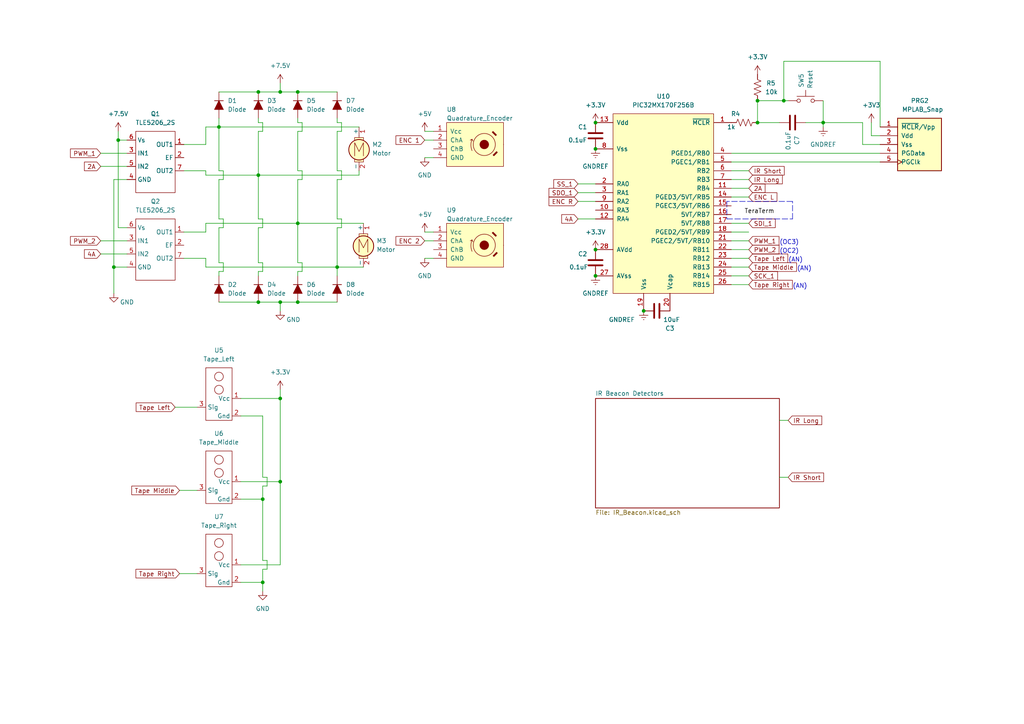
<source format=kicad_sch>
(kicad_sch (version 20211123) (generator eeschema)
  (paper "A4")
  (lib_symbols
    (symbol "218 spdl:Diode" (pin_numbers hide) (pin_names (offset 1.016) hide)
      (property "Reference" "D" (at 0 2.54 0))
      (property "Value" "Diode" (at 0 -2.54 0))
      (symbol "Diode_0_1"
        (polyline (pts (xy -1.27 1.27) (xy -1.27 -1.27)) (stroke (width 0.2032)))
        (polyline (pts (xy 1.27 0) (xy -1.27 0)))
        (polyline (pts (xy 1.27 1.27) (xy 1.27 -1.27) (xy -1.27 0) (xy 1.27 1.27)) (stroke (width 0.2032)) (fill (type outline)))
      )
      (symbol "Diode_1_1"
        (pin passive line (at -3.81 0 0) (length 2.54) (name "K") (number "1"))
        (pin passive line (at 3.81 0 180) (length 2.54) (name "A") (number "2"))
      )
    )
    (symbol "218 spdl:Motor" (pin_names (offset 0))
      (property "Reference" "M" (at 2.54 2.54 0))
      (property "Value" "Motor" (at 2.54 -5.08 0))
      (symbol "Motor_0_0"
        (circle (center 0 -1.524) (radius 2.9718) (stroke (width 0.254)) (fill (type background)))
        (polyline (pts (xy -1.27 -4.318) (xy -1.27 -5.08) (xy 1.27 -5.08) (xy 1.27 -4.318)) (fill (type background)))
        (polyline (pts (xy -1.27 1.27) (xy -1.27 2.032) (xy 1.27 2.032) (xy 1.27 1.27)) (fill (type background)))
        (polyline (pts (xy -1.27 -3.302) (xy -1.27 0.508) (xy 0 -2.032) (xy 1.27 0.508) (xy 1.27 -3.302)))
      )
      (symbol "Motor_0_1"
        (polyline (pts (xy 0 2.032) (xy 0 2.54)))
      )
      (symbol "Motor_1_1"
        (pin passive line (at 0 5.08 270) (length 2.54) (name "+") (number "1"))
        (pin passive line (at 0 -7.62 90) (length 2.54) (name "-") (number "2"))
      )
    )
    (symbol "218 spdl:Quadrature_Encoder" (pin_names (offset 1.016))
      (property "Reference" "U" (at 0 20.32 0))
      (property "Value" "Quadrature_Encoder" (at 2.54 17.78 0))
      (symbol "Quadrature_Encoder_0_1"
        (rectangle (start -3.81 6.35) (end 12.7 -6.35) (fill (type background)))
        (polyline (pts (xy 3.556 1.524) (xy 3.048 1.27)))
        (polyline (pts (xy 3.556 1.524) (xy 3.81 1.016)))
        (polyline (pts (xy 9.398 3.556) (xy 10.414 2.54) (xy 10.668 2.794) (xy 9.652 3.81) (xy 9.398 3.556)) (fill (type outline)))
        (polyline (pts (xy 9.652 -3.048) (xy 10.668 -2.032) (xy 10.922 -2.286) (xy 9.906 -3.302) (xy 9.652 -3.048)) (fill (type outline)))
        (arc (start 3.556 1.524) (mid 3.2334 -0.127) (end 3.556 -1.778))
        (circle (center 7.112 0) (radius 1.27) (fill (type outline)))
        (circle (center 7.112 0) (radius 3.2004))
        (rectangle (start 12.7 0) (end 12.7 0))
      )
      (symbol "Quadrature_Encoder_1_1"
        (pin power_in line (at -7.62 3.81 0) (length 3.81) (name "Vcc") (number "1"))
        (pin output line (at -7.62 1.27 0) (length 3.81) (name "ChA") (number "2"))
        (pin output line (at -7.62 -1.27 0) (length 3.81) (name "ChB") (number "3"))
        (pin power_in line (at -7.62 -3.81 0) (length 3.81) (name "GND") (number "4"))
      )
    )
    (symbol "Custom_Library:Reflectance_Sensor"
      (property "Reference" "U" (at 0 0 0))
      (property "Value" "Reflectance_Sensor" (at 0 2.54 0))
      (symbol "Reflectance_Sensor_0_1"
        (rectangle (start -3.81 -2.54) (end 3.81 -17.78))
        (circle (center 0 -8.89) (radius 1.27))
        (circle (center 0 -5.08) (radius 1.27))
      )
      (symbol "Reflectance_Sensor_1_1"
        (pin input line (at 6.35 -11.43 180) (length 2.54) (name "Vcc") (number "1"))
        (pin input line (at 6.35 -16.51 180) (length 2.54) (name "Gnd") (number "2"))
        (pin output line (at -6.35 -13.97 0) (length 2.54) (name "Sig") (number "3"))
      )
    )
    (symbol "ME218_BaseLib:Cap" (pin_numbers hide) (pin_names (offset 0.254))
      (property "Reference" "C" (at 0.635 2.54 0))
      (property "Value" "Cap" (at 0.635 -2.54 0))
      (symbol "Cap_0_1"
        (polyline (pts (xy -2.032 -0.762) (xy 2.032 -0.762)) (stroke (width 0.508)))
        (polyline (pts (xy -2.032 0.762) (xy 2.032 0.762)) (stroke (width 0.508)))
      )
      (symbol "Cap_1_1"
        (pin passive line (at 0 3.81 270) (length 2.794) (name "~") (number "1"))
        (pin passive line (at 0 -3.81 90) (length 2.794) (name "~") (number "2"))
      )
    )
    (symbol "ME218_BaseLib:MPLAB_Snap" (pin_names (offset 1.016))
      (property "Reference" "PRG" (at 0 8.89 0))
      (property "Value" "MPLAB_Snap" (at 8.89 1.27 90))
      (symbol "MPLAB_Snap_0_1"
        (rectangle (start -6.35 7.62) (end 6.35 -7.62) (stroke (width 0.254)) (fill (type background)))
      )
      (symbol "MPLAB_Snap_1_1"
        (pin output line (at -11.43 5.08 0) (length 5.08) (name "~{MCLR}/Vpp") (number "1"))
        (pin input line (at -11.43 2.54 0) (length 5.08) (name "Vdd") (number "2"))
        (pin input line (at -11.43 0 0) (length 5.08) (name "Vss") (number "3"))
        (pin bidirectional line (at -11.43 -2.54 0) (length 5.08) (name "PGData") (number "4"))
        (pin output clock (at -11.43 -5.08 0) (length 5.08) (name "PGClk") (number "5"))
        (pin no_connect line (at -2.54 -11.43 0) (length 5.08) hide (name "NC") (number "6"))
        (pin no_connect line (at -2.54 -13.97 0) (length 5.08) hide (name "NC") (number "7"))
        (pin no_connect line (at -2.54 -16.51 0) (length 5.08) hide (name "NC") (number "8"))
      )
    )
    (symbol "ME218_BaseLib:PIC32MX170F256B" (pin_names (offset 1.016))
      (property "Reference" "U" (at -20.32 25.4 0))
      (property "Value" "PIC32MX170F256B" (at -7.62 25.4 0))
      (symbol "PIC32MX170F256B_0_1"
        (rectangle (start -21.59 24.13) (end 7.62 -27.94) (fill (type background)))
      )
      (symbol "PIC32MX170F256B_1_1"
        (pin input line (at 12.7 21.59 180) (length 5.08) (name "~{MCLR}") (number "1"))
        (pin bidirectional line (at -26.67 -3.81 0) (length 5.08) (name "RA3") (number "10"))
        (pin bidirectional line (at 12.7 2.54 180) (length 5.08) (name "RB4") (number "11"))
        (pin bidirectional line (at -26.67 -6.35 0) (length 5.08) (name "RA4") (number "12"))
        (pin power_in line (at -26.67 21.59 0) (length 5.08) (name "Vdd") (number "13"))
        (pin bidirectional line (at 12.7 0 180) (length 5.08) (name "PGED3/5VT/RB5") (number "14"))
        (pin bidirectional line (at 12.7 -2.54 180) (length 5.08) (name "PGEC3/5VT/RB6") (number "15"))
        (pin bidirectional line (at 12.7 -5.08 180) (length 5.08) (name "5VT/RB7") (number "16"))
        (pin bidirectional line (at 12.7 -7.62 180) (length 5.08) (name "5VT/RB8") (number "17"))
        (pin bidirectional line (at 12.7 -10.16 180) (length 5.08) (name "PGED2/5VT/RB9") (number "18"))
        (pin power_in line (at -12.7 -33.02 90) (length 5.08) (name "Vss") (number "19"))
        (pin bidirectional line (at -26.67 3.81 0) (length 5.08) (name "RA0") (number "2"))
        (pin input line (at -5.08 -33.02 90) (length 5.08) (name "Vcap") (number "20"))
        (pin bidirectional line (at 12.7 -12.7 180) (length 5.08) (name "PGEC2/5VT/RB10") (number "21"))
        (pin bidirectional line (at 12.7 -15.24 180) (length 5.08) (name "RB11") (number "22"))
        (pin bidirectional line (at 12.7 -17.78 180) (length 5.08) (name "RB12") (number "23"))
        (pin bidirectional line (at 12.7 -20.32 180) (length 5.08) (name "RB13") (number "24"))
        (pin bidirectional line (at 12.7 -22.86 180) (length 5.08) (name "RB14") (number "25"))
        (pin bidirectional line (at 12.7 -25.4 180) (length 5.08) (name "RB15") (number "26"))
        (pin power_in line (at -26.67 -22.86 0) (length 5.08) (name "AVss") (number "27"))
        (pin power_in line (at -26.67 -15.24 0) (length 5.08) (name "AVdd") (number "28"))
        (pin bidirectional line (at -26.67 1.27 0) (length 5.08) (name "RA1") (number "3"))
        (pin bidirectional line (at 12.7 12.7 180) (length 5.08) (name "PGED1/RB0") (number "4"))
        (pin bidirectional line (at 12.7 10.16 180) (length 5.08) (name "PGEC1/RB1") (number "5"))
        (pin bidirectional line (at 12.7 7.62 180) (length 5.08) (name "RB2") (number "6"))
        (pin bidirectional line (at 12.7 5.08 180) (length 5.08) (name "RB3") (number "7"))
        (pin power_in line (at -26.67 13.97 0) (length 5.08) (name "Vss") (number "8"))
        (pin bidirectional line (at -26.67 -1.27 0) (length 5.08) (name "RA2") (number "9"))
      )
    )
    (symbol "ME218_BaseLib:Res1" (pin_numbers hide) (pin_names (offset 0))
      (property "Reference" "R" (at 2.54 0 90))
      (property "Value" "Res1" (at -2.54 0 90))
      (symbol "Res1_0_1"
        (polyline (pts (xy 0 -2.286) (xy 0 -2.54)))
        (polyline (pts (xy 0 2.286) (xy 0 2.54)))
        (polyline (pts (xy 0 -0.762) (xy 1.016 -1.143) (xy 0 -1.524) (xy -1.016 -1.905) (xy 0 -2.286)))
        (polyline (pts (xy 0 0.762) (xy 1.016 0.381) (xy 0 0) (xy -1.016 -0.381) (xy 0 -0.762)))
        (polyline (pts (xy 0 2.286) (xy 1.016 1.905) (xy 0 1.524) (xy -1.016 1.143) (xy 0 0.762)))
      )
      (symbol "Res1_1_1"
        (pin passive line (at 0 3.81 270) (length 1.27) (name "~") (number "1"))
        (pin passive line (at 0 -3.81 90) (length 1.27) (name "~") (number "2"))
      )
    )
    (symbol "ME218_BaseLib:SW-PB" (pin_numbers hide) (pin_names (offset 1.016) hide)
      (property "Reference" "SW" (at 1.27 2.54 0))
      (property "Value" "SW-PB" (at 0 -1.524 0))
      (symbol "SW-PB_0_1"
        (circle (center -2.032 0) (radius 0.508))
        (polyline (pts (xy 0 1.27) (xy 0 3.048)))
        (polyline (pts (xy 2.54 1.27) (xy -2.54 1.27)))
        (circle (center 2.032 0) (radius 0.508))
        (pin passive line (at -5.08 0 0) (length 2.54) (name "1") (number "1"))
        (pin passive line (at 5.08 0 180) (length 2.54) (name "2") (number "2"))
      )
    )
    (symbol "TLE5206_2S_1"
      (property "Reference" "Q" (at 0 0 0))
      (property "Value" "TLE5206_2S_1" (at 0 2.54 0))
      (symbol "TLE5206_2S_1_0_1"
        (rectangle (start -5.08 -1.27) (end 6.35 -19.05))
      )
      (symbol "TLE5206_2S_1_1_1"
        (pin input line (at 8.89 -5.08 180) (length 2.54) (name "OUT1") (number "1"))
        (pin input line (at 8.89 -8.89 180) (length 2.54) (name "EF") (number "2"))
        (pin input line (at -7.62 -7.62 0) (length 2.54) (name "IN1") (number "3"))
        (pin input line (at -7.62 -15.24 0) (length 2.54) (name "GND") (number "4"))
        (pin input line (at -7.62 -11.43 0) (length 2.54) (name "IN2") (number "5"))
        (pin input line (at -7.62 -3.81 0) (length 2.54) (name "Vs") (number "6"))
        (pin input line (at 8.89 -12.7 180) (length 2.54) (name "OUT2") (number "7"))
      )
    )
    (symbol "TLE5206_2S_2"
      (property "Reference" "Q" (at 0 0 0))
      (property "Value" "TLE5206_2S_2" (at 0 2.54 0))
      (symbol "TLE5206_2S_2_0_1"
        (rectangle (start -5.08 -1.27) (end 6.35 -19.05))
      )
      (symbol "TLE5206_2S_2_1_1"
        (pin input line (at 8.89 -5.08 180) (length 2.54) (name "OUT1") (number "1"))
        (pin input line (at 8.89 -8.89 180) (length 2.54) (name "EF") (number "2"))
        (pin input line (at -7.62 -7.62 0) (length 2.54) (name "IN1") (number "3"))
        (pin input line (at -7.62 -15.24 0) (length 2.54) (name "GND") (number "4"))
        (pin input line (at -7.62 -11.43 0) (length 2.54) (name "IN2") (number "5"))
        (pin input line (at -7.62 -3.81 0) (length 2.54) (name "Vs") (number "6"))
        (pin input line (at 8.89 -12.7 180) (length 2.54) (name "OUT2") (number "7"))
      )
    )
    (symbol "power:+3.3V" (power) (pin_names (offset 0))
      (property "Value" "+3.3V" (at 0 3.556 0))
      (symbol "+3.3V_0_1"
        (polyline (pts (xy -0.762 1.27) (xy 0 2.54)))
        (polyline (pts (xy 0 0) (xy 0 2.54)))
        (polyline (pts (xy 0 2.54) (xy 0.762 1.27)))
      )
      (symbol "+3.3V_1_1"
        (pin power_in line (at 0 0 90) (length 0) hide (name "+3.3V") (number "1"))
      )
    )
    (symbol "power:+3V3" (power) (pin_names (offset 0))
      (property "Value" "+3V3" (at 0 3.556 0))
      (symbol "+3V3_0_1"
        (polyline (pts (xy -0.762 1.27) (xy 0 2.54)))
        (polyline (pts (xy 0 0) (xy 0 2.54)))
        (polyline (pts (xy 0 2.54) (xy 0.762 1.27)))
      )
      (symbol "+3V3_1_1"
        (pin power_in line (at 0 0 90) (length 0) hide (name "+3V3") (number "1"))
      )
    )
    (symbol "power:+5V" (power) (pin_names (offset 0))
      (property "Value" "+5V" (at 0 3.556 0))
      (symbol "+5V_0_1"
        (polyline (pts (xy -0.762 1.27) (xy 0 2.54)))
        (polyline (pts (xy 0 0) (xy 0 2.54)))
        (polyline (pts (xy 0 2.54) (xy 0.762 1.27)))
      )
      (symbol "+5V_1_1"
        (pin power_in line (at 0 0 90) (length 0) hide (name "+5V") (number "1"))
      )
    )
    (symbol "power:+7.5V" (power) (pin_names (offset 0))
      (property "Value" "+7.5V" (at 0 3.556 0))
      (symbol "+7.5V_0_1"
        (polyline (pts (xy -0.762 1.27) (xy 0 2.54)))
        (polyline (pts (xy 0 0) (xy 0 2.54)))
        (polyline (pts (xy 0 2.54) (xy 0.762 1.27)))
      )
      (symbol "+7.5V_1_1"
        (pin power_in line (at 0 0 90) (length 0) hide (name "+7.5V") (number "1"))
      )
    )
    (symbol "power:GND" (power) (pin_names (offset 0))
      (property "Value" "GND" (at 0 -3.81 0))
      (symbol "GND_0_1"
        (polyline (pts (xy 0 0) (xy 0 -1.27) (xy 1.27 -1.27) (xy 0 -2.54) (xy -1.27 -1.27) (xy 0 -1.27)))
      )
      (symbol "GND_1_1"
        (pin power_in line (at 0 0 270) (length 0) hide (name "GND") (number "1"))
      )
    )
    (symbol "power:GNDREF" (power) (pin_names (offset 0))
      (property "Value" "GNDREF" (at 0 -3.81 0))
      (symbol "GNDREF_0_1"
        (polyline (pts (xy -0.635 -1.905) (xy 0.635 -1.905)))
        (polyline (pts (xy -0.127 -2.54) (xy 0.127 -2.54)))
        (polyline (pts (xy 0 -1.27) (xy 0 0)))
        (polyline (pts (xy 1.27 -1.27) (xy -1.27 -1.27)))
      )
      (symbol "GNDREF_1_1"
        (pin power_in line (at 0 0 270) (length 0) hide (name "GNDREF") (number "1"))
      )
    )
  )
  (junction (at 76.2 168.91))
  (junction (at 33.02 77.47))
  (junction (at 81.28 26.67))
  (junction (at 34.29 40.64))
  (junction (at 227.33 29.21))
  (junction (at 172.72 35.56))
  (junction (at 172.72 72.39))
  (junction (at 74.93 26.67))
  (junction (at 81.28 87.63))
  (junction (at 86.36 64.77))
  (junction (at 238.76 35.56))
  (junction (at 63.5 36.83))
  (junction (at 74.93 87.63))
  (junction (at 172.72 80.01))
  (junction (at 86.36 26.67))
  (junction (at 76.2 144.78))
  (junction (at 86.36 87.63))
  (junction (at 74.93 50.8))
  (junction (at 81.28 139.7))
  (junction (at 172.72 43.18))
  (junction (at 219.71 29.21))
  (junction (at 81.28 115.57))
  (junction (at 219.71 35.56))
  (junction (at 186.69 90.17))
  (junction (at 97.79 77.47))
  (wire (pts (xy 52.07 166.37) (xy 57.15 166.37)))
  (wire (pts (xy 99.06 35.56) (xy 99.06 38.1)))
  (wire (pts (xy 76.2 78.74) (xy 76.2 76.2)))
  (wire (pts (xy 227.33 17.78) (xy 255.27 17.78)))
  (polyline (pts (xy 210.82 58.42) (xy 210.82 63.5)))
  (wire (pts (xy 87.63 52.07) (xy 86.36 52.07)))
  (wire (pts (xy 63.5 66.04) (xy 64.77 66.04)))
  (wire (pts (xy 69.85 163.83) (xy 81.28 163.83)))
  (wire (pts (xy 81.28 87.63) (xy 81.28 90.17)))
  (wire (pts (xy 86.36 64.77) (xy 86.36 76.2)))
  (wire (pts (xy 86.36 26.67) (xy 97.79 26.67)))
  (wire (pts (xy 167.64 53.34) (xy 172.72 53.34)))
  (wire (pts (xy 219.71 29.21) (xy 219.71 35.56)))
  (wire (pts (xy 63.5 26.67) (xy 74.93 26.67)))
  (wire (pts (xy 233.68 35.56) (xy 238.76 35.56)))
  (wire (pts (xy 63.5 78.74) (xy 64.77 78.74)))
  (wire (pts (xy 74.93 87.63) (xy 81.28 87.63)))
  (wire (pts (xy 81.28 26.67) (xy 86.36 26.67)))
  (wire (pts (xy 252.73 35.56) (xy 252.73 39.37)))
  (wire (pts (xy 53.34 67.31) (xy 59.69 67.31)))
  (wire (pts (xy 74.93 66.04) (xy 76.2 66.04)))
  (wire (pts (xy 97.79 52.07) (xy 97.79 63.5)))
  (wire (pts (xy 64.77 78.74) (xy 64.77 76.2)))
  (wire (pts (xy 123.19 69.85) (xy 125.73 69.85)))
  (wire (pts (xy 212.09 77.47) (xy 217.17 77.47)))
  (wire (pts (xy 87.63 38.1) (xy 86.36 38.1)))
  (wire (pts (xy 97.79 63.5) (xy 99.06 63.5)))
  (wire (pts (xy 76.2 35.56) (xy 76.2 38.1)))
  (wire (pts (xy 59.69 64.77) (xy 86.36 64.77)))
  (wire (pts (xy 97.79 49.53) (xy 99.06 49.53)))
  (wire (pts (xy 167.64 55.88) (xy 172.72 55.88)))
  (wire (pts (xy 52.07 142.24) (xy 57.15 142.24)))
  (wire (pts (xy 212.09 69.85) (xy 217.17 69.85)))
  (wire (pts (xy 86.36 38.1) (xy 86.36 49.53)))
  (wire (pts (xy 226.06 121.92) (xy 228.6 121.92)))
  (wire (pts (xy 87.63 35.56) (xy 87.63 38.1)))
  (wire (pts (xy 86.36 80.01) (xy 86.36 78.74)))
  (wire (pts (xy 238.76 35.56) (xy 250.19 35.56)))
  (wire (pts (xy 86.36 49.53) (xy 87.63 49.53)))
  (wire (pts (xy 227.33 17.78) (xy 227.33 29.21)))
  (wire (pts (xy 99.06 38.1) (xy 97.79 38.1)))
  (wire (pts (xy 123.19 38.1) (xy 125.73 38.1)))
  (wire (pts (xy 69.85 120.65) (xy 76.2 120.65)))
  (wire (pts (xy 212.09 72.39) (xy 217.17 72.39)))
  (wire (pts (xy 104.14 49.53) (xy 104.14 50.8)))
  (wire (pts (xy 29.21 73.66) (xy 36.83 73.66)))
  (wire (pts (xy 97.79 35.56) (xy 99.06 35.56)))
  (wire (pts (xy 36.83 40.64) (xy 34.29 40.64)))
  (wire (pts (xy 81.28 139.7) (xy 81.28 115.57)))
  (wire (pts (xy 76.2 168.91) (xy 69.85 168.91)))
  (wire (pts (xy 76.2 144.78) (xy 76.2 162.56)))
  (wire (pts (xy 123.19 74.93) (xy 125.73 74.93)))
  (wire (pts (xy 228.6 29.21) (xy 227.33 29.21)))
  (wire (pts (xy 63.5 34.29) (xy 63.5 36.83)))
  (wire (pts (xy 76.2 38.1) (xy 74.93 38.1)))
  (wire (pts (xy 86.36 78.74) (xy 87.63 78.74)))
  (wire (pts (xy 212.09 44.45) (xy 255.27 44.45)))
  (wire (pts (xy 77.47 140.97) (xy 76.2 140.97)))
  (wire (pts (xy 76.2 120.65) (xy 76.2 138.43)))
  (wire (pts (xy 226.06 138.43) (xy 228.6 138.43)))
  (wire (pts (xy 76.2 140.97) (xy 76.2 144.78)))
  (wire (pts (xy 212.09 67.31) (xy 217.17 67.31)))
  (wire (pts (xy 63.5 80.01) (xy 63.5 78.74)))
  (wire (pts (xy 99.06 49.53) (xy 99.06 52.07)))
  (wire (pts (xy 87.63 49.53) (xy 87.63 52.07)))
  (wire (pts (xy 86.36 64.77) (xy 105.41 64.77)))
  (wire (pts (xy 97.79 77.47) (xy 105.41 77.47)))
  (wire (pts (xy 87.63 78.74) (xy 87.63 76.2)))
  (wire (pts (xy 69.85 139.7) (xy 81.28 139.7)))
  (wire (pts (xy 59.69 67.31) (xy 59.69 64.77)))
  (wire (pts (xy 74.93 35.56) (xy 76.2 35.56)))
  (wire (pts (xy 227.33 29.21) (xy 219.71 29.21)))
  (wire (pts (xy 36.83 77.47) (xy 33.02 77.47)))
  (wire (pts (xy 74.93 80.01) (xy 74.93 78.74)))
  (wire (pts (xy 50.8 118.11) (xy 57.15 118.11)))
  (polyline (pts (xy 229.87 58.42) (xy 210.82 58.42)))
  (wire (pts (xy 63.5 87.63) (xy 74.93 87.63)))
  (wire (pts (xy 63.5 52.07) (xy 63.5 63.5)))
  (wire (pts (xy 29.21 48.26) (xy 36.83 48.26)))
  (wire (pts (xy 97.79 66.04) (xy 97.79 77.47)))
  (wire (pts (xy 64.77 66.04) (xy 64.77 63.5)))
  (wire (pts (xy 99.06 66.04) (xy 97.79 66.04)))
  (wire (pts (xy 36.83 52.07) (xy 33.02 52.07)))
  (wire (pts (xy 212.09 54.61) (xy 217.17 54.61)))
  (wire (pts (xy 238.76 35.56) (xy 238.76 36.83)))
  (wire (pts (xy 74.93 50.8) (xy 74.93 63.5)))
  (wire (pts (xy 99.06 52.07) (xy 97.79 52.07)))
  (wire (pts (xy 212.09 80.01) (xy 217.17 80.01)))
  (wire (pts (xy 74.93 78.74) (xy 76.2 78.74)))
  (wire (pts (xy 99.06 63.5) (xy 99.06 66.04)))
  (wire (pts (xy 59.69 74.93) (xy 59.69 77.47)))
  (wire (pts (xy 63.5 36.83) (xy 104.14 36.83)))
  (wire (pts (xy 29.21 69.85) (xy 36.83 69.85)))
  (wire (pts (xy 87.63 76.2) (xy 86.36 76.2)))
  (wire (pts (xy 212.09 46.99) (xy 255.27 46.99)))
  (wire (pts (xy 76.2 63.5) (xy 74.93 63.5)))
  (wire (pts (xy 34.29 66.04) (xy 34.29 40.64)))
  (wire (pts (xy 74.93 38.1) (xy 74.93 50.8)))
  (wire (pts (xy 212.09 64.77) (xy 217.17 64.77)))
  (wire (pts (xy 69.85 144.78) (xy 76.2 144.78)))
  (wire (pts (xy 76.2 162.56) (xy 77.47 162.56)))
  (wire (pts (xy 255.27 41.91) (xy 250.19 41.91)))
  (wire (pts (xy 76.2 76.2) (xy 74.93 76.2)))
  (wire (pts (xy 69.85 115.57) (xy 81.28 115.57)))
  (wire (pts (xy 74.93 76.2) (xy 74.93 66.04)))
  (wire (pts (xy 81.28 163.83) (xy 81.28 139.7)))
  (wire (pts (xy 255.27 39.37) (xy 252.73 39.37)))
  (wire (pts (xy 238.76 29.21) (xy 238.76 35.56)))
  (wire (pts (xy 33.02 77.47) (xy 33.02 85.09)))
  (wire (pts (xy 63.5 76.2) (xy 63.5 66.04)))
  (wire (pts (xy 97.79 38.1) (xy 97.79 49.53)))
  (wire (pts (xy 59.69 77.47) (xy 97.79 77.47)))
  (wire (pts (xy 219.71 35.56) (xy 226.06 35.56)))
  (wire (pts (xy 86.36 87.63) (xy 97.79 87.63)))
  (wire (pts (xy 64.77 52.07) (xy 63.5 52.07)))
  (wire (pts (xy 212.09 52.07) (xy 217.17 52.07)))
  (wire (pts (xy 53.34 41.91) (xy 59.69 41.91)))
  (wire (pts (xy 64.77 49.53) (xy 64.77 52.07)))
  (wire (pts (xy 167.64 58.42) (xy 172.72 58.42)))
  (wire (pts (xy 53.34 74.93) (xy 59.69 74.93)))
  (wire (pts (xy 167.64 63.5) (xy 172.72 63.5)))
  (wire (pts (xy 36.83 66.04) (xy 34.29 66.04)))
  (wire (pts (xy 97.79 77.47) (xy 97.79 80.01)))
  (wire (pts (xy 33.02 52.07) (xy 33.02 77.47)))
  (wire (pts (xy 76.2 138.43) (xy 77.47 138.43)))
  (wire (pts (xy 123.19 40.64) (xy 125.73 40.64)))
  (wire (pts (xy 212.09 57.15) (xy 217.17 57.15)))
  (wire (pts (xy 29.21 44.45) (xy 36.83 44.45)))
  (wire (pts (xy 76.2 165.1) (xy 76.2 168.91)))
  (wire (pts (xy 59.69 50.8) (xy 74.93 50.8)))
  (wire (pts (xy 64.77 63.5) (xy 63.5 63.5)))
  (wire (pts (xy 86.36 35.56) (xy 87.63 35.56)))
  (wire (pts (xy 53.34 49.53) (xy 59.69 49.53)))
  (wire (pts (xy 59.69 49.53) (xy 59.69 50.8)))
  (wire (pts (xy 59.69 36.83) (xy 63.5 36.83)))
  (wire (pts (xy 86.36 34.29) (xy 86.36 35.56)))
  (polyline (pts (xy 229.87 63.5) (xy 229.87 58.42)))
  (wire (pts (xy 81.28 87.63) (xy 86.36 87.63)))
  (wire (pts (xy 123.19 67.31) (xy 125.73 67.31)))
  (wire (pts (xy 81.28 24.13) (xy 81.28 26.67)))
  (wire (pts (xy 63.5 49.53) (xy 64.77 49.53)))
  (wire (pts (xy 59.69 41.91) (xy 59.69 36.83)))
  (wire (pts (xy 77.47 162.56) (xy 77.47 165.1)))
  (polyline (pts (xy 210.82 63.5) (xy 229.87 63.5)))
  (wire (pts (xy 123.19 45.72) (xy 125.73 45.72)))
  (wire (pts (xy 77.47 138.43) (xy 77.47 140.97)))
  (wire (pts (xy 97.79 34.29) (xy 97.79 35.56)))
  (wire (pts (xy 74.93 34.29) (xy 74.93 35.56)))
  (wire (pts (xy 34.29 40.64) (xy 34.29 38.1)))
  (wire (pts (xy 255.27 36.83) (xy 255.27 17.78)))
  (wire (pts (xy 77.47 165.1) (xy 76.2 165.1)))
  (wire (pts (xy 212.09 82.55) (xy 217.17 82.55)))
  (wire (pts (xy 76.2 66.04) (xy 76.2 63.5)))
  (wire (pts (xy 64.77 76.2) (xy 63.5 76.2)))
  (wire (pts (xy 212.09 74.93) (xy 217.17 74.93)))
  (wire (pts (xy 76.2 171.45) (xy 76.2 168.91)))
  (wire (pts (xy 212.09 49.53) (xy 217.17 49.53)))
  (wire (pts (xy 81.28 115.57) (xy 81.28 113.03)))
  (wire (pts (xy 86.36 52.07) (xy 86.36 64.77)))
  (wire (pts (xy 74.93 26.67) (xy 81.28 26.67)))
  (wire (pts (xy 63.5 36.83) (xy 63.5 49.53)))
  (wire (pts (xy 74.93 50.8) (xy 104.14 50.8)))
  (wire (pts (xy 250.19 35.56) (xy 250.19 41.91)))
  (text "(AN)" (at 231.14 78.74 0) (effects (font (size 1.27 1.27)) (justify left bottom)))
  (text "(OC3)" (at 226.06 71.12 0) (effects (font (size 1.27 1.27)) (justify left bottom)))
  (text "(OC2)" (at 226.06 73.66 0) (effects (font (size 1.27 1.27)) (justify left bottom)))
  (text "(AN)" (at 229.87 83.82 0) (effects (font (size 1.27 1.27)) (justify left bottom)))
  (text "(AN)" (at 228.6 76.2 0) (effects (font (size 1.27 1.27)) (justify left bottom)))
  (label "TeraTerm" (at 215.9 62.23 0))
  (global_label "PWM_2" (shape input) (at 29.21 69.85 180) (property "Intersheet References" "${INTERSHEET_REFS}" (effects hide)))
  (global_label "ENC L" (shape input) (at 217.17 57.15 0) (property "Intersheet References" "${INTERSHEET_REFS}" (effects hide)))
  (global_label "Tape Left" (shape input) (at 50.8 118.11 180) (property "Intersheet References" "${INTERSHEET_REFS}" (effects hide)))
  (global_label "PWM_1" (shape input) (at 29.21 44.45 180) (property "Intersheet References" "${INTERSHEET_REFS}" (effects hide)))
  (global_label "PWM_2" (shape input) (at 217.17 72.39 0) (property "Intersheet References" "${INTERSHEET_REFS}" (effects hide)))
  (global_label "2A" (shape input) (at 29.21 48.26 180) (property "Intersheet References" "${INTERSHEET_REFS}" (effects hide)))
  (global_label "IR Short" (shape input) (at 228.6 138.43 0) (property "Intersheet References" "${INTERSHEET_REFS}" (effects hide)))
  (global_label "Tape Left" (shape input) (at 217.17 74.93 0) (property "Intersheet References" "${INTERSHEET_REFS}" (effects hide)))
  (global_label "Tape Middle" (shape input) (at 217.17 77.47 0) (property "Intersheet References" "${INTERSHEET_REFS}" (effects hide)))
  (global_label "ENC 1" (shape input) (at 123.19 40.64 180) (property "Intersheet References" "${INTERSHEET_REFS}" (effects hide)))
  (global_label "SDO_1" (shape input) (at 167.64 55.88 180) (property "Intersheet References" "${INTERSHEET_REFS}" (effects hide)))
  (global_label "IR Long" (shape input) (at 228.6 121.92 0) (property "Intersheet References" "${INTERSHEET_REFS}" (effects hide)))
  (global_label "IR Short" (shape input) (at 217.17 49.53 0) (property "Intersheet References" "${INTERSHEET_REFS}" (effects hide)))
  (global_label "SCK_1" (shape input) (at 217.17 80.01 0) (property "Intersheet References" "${INTERSHEET_REFS}" (effects hide)))
  (global_label "4A" (shape input) (at 29.21 73.66 180) (property "Intersheet References" "${INTERSHEET_REFS}" (effects hide)))
  (global_label "Tape Right" (shape input) (at 217.17 82.55 0) (property "Intersheet References" "${INTERSHEET_REFS}" (effects hide)))
  (global_label "SS_1" (shape input) (at 167.64 53.34 180) (property "Intersheet References" "${INTERSHEET_REFS}" (effects hide)))
  (global_label "IR Long" (shape input) (at 217.17 52.07 0) (property "Intersheet References" "${INTERSHEET_REFS}" (effects hide)))
  (global_label "SDI_1" (shape input) (at 217.17 64.77 0) (property "Intersheet References" "${INTERSHEET_REFS}" (effects hide)))
  (global_label "ENC 2" (shape input) (at 123.19 69.85 180) (property "Intersheet References" "${INTERSHEET_REFS}" (effects hide)))
  (global_label "4A" (shape input) (at 167.64 63.5 180) (property "Intersheet References" "${INTERSHEET_REFS}" (effects hide)))
  (global_label "Tape Right" (shape input) (at 52.07 166.37 180) (property "Intersheet References" "${INTERSHEET_REFS}" (effects hide)))
  (global_label "PWM_1" (shape input) (at 217.17 69.85 0) (property "Intersheet References" "${INTERSHEET_REFS}" (effects hide)))
  (global_label "Tape Middle" (shape input) (at 52.07 142.24 180) (property "Intersheet References" "${INTERSHEET_REFS}" (effects hide)))
  (global_label "ENC R" (shape input) (at 167.64 58.42 180) (property "Intersheet References" "${INTERSHEET_REFS}" (effects hide)))
  (global_label "2A" (shape input) (at 217.17 54.61 0) (property "Intersheet References" "${INTERSHEET_REFS}" (effects hide)))
  (symbol (lib_id "Custom_Library:Reflectance_Sensor") (at 63.5 128.27 0) (unit 1)
    (property "Reference" "U6" (at 63.5 125.73 0))
    (property "Value" "Tape_Middle" (at 63.5 128.27 0))
  )
  (symbol (lib_id "power:GND") (at 123.19 45.72 0) (unit 1)
    (property "Reference" "#PWR028" (effects hide))
    (property "Value" "GND" (at 123.19 50.8 0))
  )
  (symbol (lib_id "power:+3.3V") (at 172.72 35.56 0) (unit 1)
    (property "Reference" "#PWR031" (effects hide))
    (property "Value" "+3.3V" (at 172.72 30.48 0))
  )
  (symbol (lib_id "ME218_BaseLib:Res1") (at 215.9 35.56 90) (unit 1)
    (property "Reference" "R4" (at 213.36 33.02 90))
    (property "Value" "1k" (at 212.09 36.83 90))
  )
  (symbol (lib_id "power:+5V") (at 123.19 38.1 0) (unit 1)
    (property "Reference" "#PWR027" (effects hide))
    (property "Value" "+5V" (at 123.19 33.02 0))
  )
  (symbol (lib_id "ME218_BaseLib:SW-PB") (at 233.68 29.21 0) (unit 1)
    (property "Reference" "SW5" (at 232.4099 25.4 90) (effects (justify left)))
    (property "Value" " Reset" (at 234.95 26.67 90) (effects (justify left)))
  )
  (symbol (lib_id "218 spdl:Diode") (at 97.79 30.48 270) (unit 1)
    (property "Reference" "D7" (at 100.33 29.2099 90) (effects (justify left)))
    (property "Value" "Diode" (at 100.33 31.7499 90) (effects (justify left)))
  )
  (symbol (lib_id "power:GND") (at 76.2 171.45 0) (unit 1)
    (property "Reference" "#PWR023" (effects hide))
    (property "Value" "GND" (at 76.2 176.53 0))
  )
  (symbol (lib_id "ME218_BaseLib:Cap") (at 172.72 39.37 180) (unit 1)
    (property "Reference" "C1" (at 167.64 36.83 0) (effects (justify right)))
    (property "Value" " 0.1uF" (at 163.83 40.64 0) (effects (justify right)))
  )
  (symbol (lib_id "power:GNDREF") (at 238.76 36.83 0) (unit 1)
    (property "Reference" "#PWR037" (effects hide))
    (property "Value" "GNDREF" (at 238.76 41.91 0))
  )
  (symbol (lib_id "power:+3.3V") (at 81.28 113.03 0) (unit 1)
    (property "Reference" "#PWR026" (effects hide))
    (property "Value" "+3.3V" (at 81.28 107.95 0))
  )
  (symbol (lib_id "218 spdl:Motor") (at 104.14 41.91 0) (unit 1)
    (property "Reference" "M2" (at 107.95 41.9099 0) (effects (justify left)))
    (property "Value" "Motor" (at 107.95 44.4499 0) (effects (justify left)))
  )
  (symbol (lib_id "power:GNDREF") (at 172.72 43.18 0) (unit 1)
    (property "Reference" "#PWR032" (effects hide))
    (property "Value" "GNDREF" (at 172.72 48.26 0))
  )
  (symbol (lib_id "ME218_BaseLib:Cap") (at 229.87 35.56 270) (unit 1)
    (property "Reference" "C7" (at 231.1401 39.37 0) (effects (justify left)))
    (property "Value" " 0.1uF" (at 228.6 38.1 0) (effects (justify left)))
  )
  (symbol (lib_id "218 spdl:Diode") (at 74.93 83.82 270) (unit 1)
    (property "Reference" "D4" (at 77.47 82.5499 90) (effects (justify left)))
    (property "Value" "Diode" (at 77.47 85.0899 90) (effects (justify left)))
  )
  (symbol (lib_id "218 spdl:Diode") (at 86.36 83.82 270) (unit 1)
    (property "Reference" "D6" (at 88.9 82.5499 90) (effects (justify left)))
    (property "Value" "Diode" (at 88.9 85.0899 90) (effects (justify left)))
  )
  (symbol (lib_name "TLE5206_2S_2") (lib_id "Custom_Library:TLE5206_2S") (at 44.45 62.23 0) (unit 1)
    (property "Reference" "Q2" (at 45.085 58.42 0))
    (property "Value" "TLE5206_2S" (at 45.085 60.96 0))
  )
  (symbol (lib_id "power:+7.5V") (at 34.29 38.1 0) (unit 1)
    (property "Reference" "#PWR022" (effects hide))
    (property "Value" "+7.5V" (at 34.29 33.02 0))
  )
  (symbol (lib_id "Custom_Library:Reflectance_Sensor") (at 63.5 104.14 0) (unit 1)
    (property "Reference" "U5" (at 63.5 101.6 0))
    (property "Value" "Tape_Left" (at 63.5 104.14 0))
  )
  (symbol (lib_id "power:GND") (at 123.19 74.93 0) (unit 1)
    (property "Reference" "#PWR030" (effects hide))
    (property "Value" "GND" (at 123.19 80.01 0))
  )
  (symbol (lib_id "power:+5V") (at 123.19 67.31 0) (unit 1)
    (property "Reference" "#PWR029" (effects hide))
    (property "Value" "+5V" (at 123.19 62.23 0))
  )
  (symbol (lib_name "TLE5206_2S_1") (lib_id "Custom_Library:TLE5206_2S") (at 44.45 36.83 0) (unit 1)
    (property "Reference" "Q1" (at 45.085 33.02 0))
    (property "Value" "TLE5206_2S" (at 45.085 35.56 0))
  )
  (symbol (lib_id "power:+3.3V") (at 172.72 72.39 0) (unit 1)
    (property "Reference" "#PWR033" (effects hide))
    (property "Value" "+3.3V" (at 172.72 67.31 0))
  )
  (symbol (lib_id "218 spdl:Diode") (at 74.93 30.48 270) (unit 1)
    (property "Reference" "D3" (at 77.47 29.2099 90) (effects (justify left)))
    (property "Value" "Diode" (at 77.47 31.7499 90) (effects (justify left)))
  )
  (symbol (lib_id "power:GNDREF") (at 186.69 90.17 0) (unit 1)
    (property "Reference" "#PWR035" (effects hide))
    (property "Value" "GNDREF" (at 180.34 92.71 0))
  )
  (symbol (lib_id "power:GND") (at 81.28 90.17 0) (unit 1)
    (property "Reference" "#PWR025" (effects hide))
    (property "Value" "GND" (at 85.09 92.71 0))
  )
  (symbol (lib_id "ME218_BaseLib:Cap") (at 172.72 76.2 0) (unit 1)
    (property "Reference" "C2" (at 167.64 73.66 0) (effects (justify left)))
    (property "Value" "0.1uF" (at 165.1 77.47 0) (effects (justify left)))
  )
  (symbol (lib_id "power:+3V3") (at 252.73 35.56 0) (unit 1)
    (property "Reference" "#PWR038" (effects hide))
    (property "Value" "+3V3" (at 252.73 30.48 0))
  )
  (symbol (lib_id "ME218_BaseLib:Cap") (at 190.5 90.17 90) (unit 1)
    (property "Reference" "C3" (at 194.31 95.25 90))
    (property "Value" " 10uF" (at 194.31 92.71 90))
  )
  (symbol (lib_id "218 spdl:Quadrature_Encoder") (at 133.35 41.91 0) (unit 1)
    (property "Reference" "U8" (at 129.54 31.75 0) (effects (justify left)))
    (property "Value" "Quadrature_Encoder" (at 129.54 34.29 0) (effects (justify left)))
  )
  (symbol (lib_id "218 spdl:Diode") (at 63.5 30.48 270) (unit 1)
    (property "Reference" "D1" (at 66.04 29.2099 90) (effects (justify left)))
    (property "Value" "Diode" (at 66.04 31.7499 90) (effects (justify left)))
  )
  (symbol (lib_id "power:+7.5V") (at 81.28 24.13 0) (unit 1)
    (property "Reference" "#PWR024" (effects hide))
    (property "Value" "+7.5V" (at 81.28 19.05 0))
  )
  (symbol (lib_id "ME218_BaseLib:Res1") (at 219.71 25.4 0) (unit 1)
    (property "Reference" "R5" (at 222.25 24.1299 0) (effects (justify left)))
    (property "Value" " 10k" (at 220.98 26.67 0) (effects (justify left)))
  )
  (symbol (lib_id "ME218_BaseLib:MPLAB_Snap") (at 266.7 41.91 0) (unit 1)
    (property "Reference" "PRG2" (at 264.16 29.21 0) (effects (justify left)))
    (property "Value" "MPLAB_Snap" (at 261.62 31.75 0) (effects (justify left)))
  )
  (symbol (lib_id "Custom_Library:Reflectance_Sensor") (at 63.5 152.4 0) (unit 1)
    (property "Reference" "U7" (at 63.5 149.86 0))
    (property "Value" "Tape_Right" (at 63.5 152.4 0))
  )
  (symbol (lib_id "power:GND") (at 33.02 85.09 0) (unit 1)
    (property "Reference" "#PWR020" (effects hide))
    (property "Value" "GND" (at 36.83 87.63 0))
  )
  (symbol (lib_id "218 spdl:Quadrature_Encoder") (at 133.35 71.12 0) (unit 1)
    (property "Reference" "U9" (at 129.54 60.96 0) (effects (justify left)))
    (property "Value" "Quadrature_Encoder" (at 129.54 63.5 0) (effects (justify left)))
  )
  (symbol (lib_id "218 spdl:Diode") (at 97.79 83.82 270) (unit 1)
    (property "Reference" "D8" (at 100.33 82.5499 90) (effects (justify left)))
    (property "Value" "Diode" (at 100.33 85.0899 90) (effects (justify left)))
  )
  (symbol (lib_id "power:GNDREF") (at 172.72 80.01 0) (unit 1)
    (property "Reference" "#PWR034" (effects hide))
    (property "Value" "GNDREF" (at 172.72 85.09 0))
  )
  (symbol (lib_id "ME218_BaseLib:PIC32MX170F256B") (at 199.39 57.15 0) (unit 1)
    (property "Reference" "U10" (at 192.405 27.94 0))
    (property "Value" "PIC32MX170F256B" (at 192.405 30.48 0))
  )
  (symbol (lib_id "power:+3.3V") (at 219.71 21.59 0) (unit 1)
    (property "Reference" "#PWR036" (effects hide))
    (property "Value" "+3.3V" (at 219.71 16.51 0))
  )
  (symbol (lib_id "218 spdl:Diode") (at 63.5 83.82 270) (unit 1)
    (property "Reference" "D2" (at 66.04 82.5499 90) (effects (justify left)))
    (property "Value" "Diode" (at 66.04 85.0899 90) (effects (justify left)))
  )
  (symbol (lib_id "218 spdl:Motor") (at 105.41 69.85 0) (unit 1)
    (property "Reference" "M3" (at 109.22 69.8499 0) (effects (justify left)))
    (property "Value" "Motor" (at 109.22 72.3899 0) (effects (justify left)))
  )
  (symbol (lib_id "218 spdl:Diode") (at 86.36 30.48 270) (unit 1)
    (property "Reference" "D5" (at 88.9 29.2099 90) (effects (justify left)))
    (property "Value" "Diode" (at 88.9 31.7499 90) (effects (justify left)))
  )
  (sheet (at 172.72 115.57) (size 53.34 31.75) (stroke (width 0.1524))
    (property "Sheet name" "IR Beacon Detectors" (at 172.72 114.8584 0) (effects (justify left bottom)))
    (property "Sheet file" "IR_Beacon.kicad_sch" (at 172.72 147.9046 0) (effects (justify left top)))
  )
)
</source>
